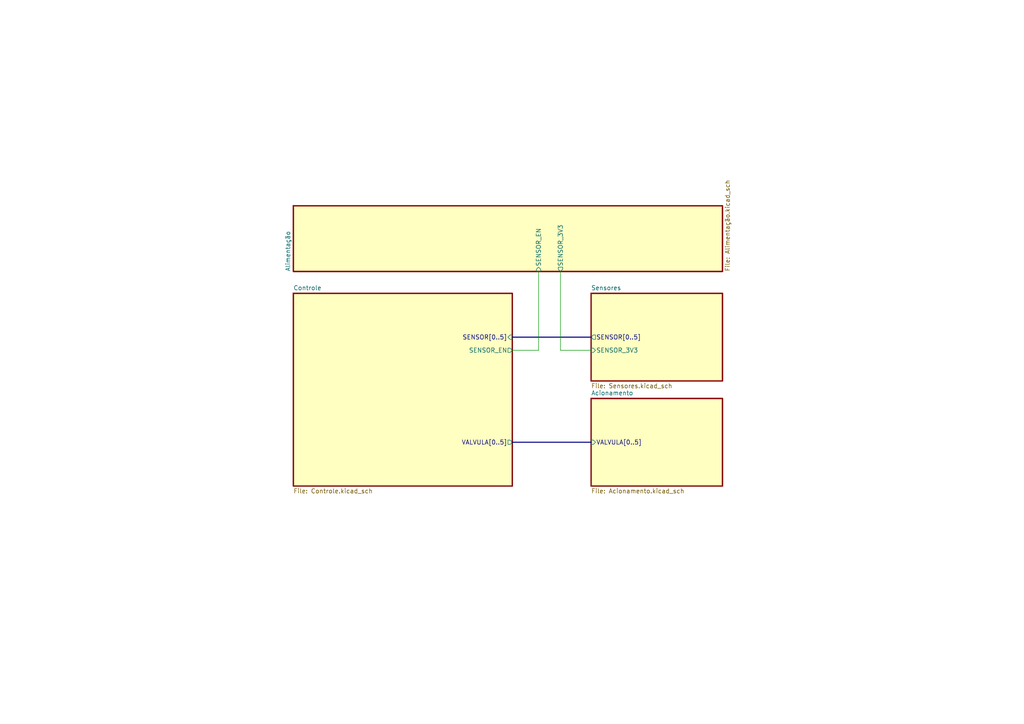
<source format=kicad_sch>
(kicad_sch
	(version 20231120)
	(generator "eeschema")
	(generator_version "8.0")
	(uuid "b321885b-663b-4e5e-9033-7ff03a7cc252")
	(paper "A4")
	(title_block
		(title "Estante Irrigada - Controle")
		(date "2024-06-07")
		(rev "1")
		(company "Gustavo Adolpho Souteras Barbosa")
	)
	(lib_symbols)
	(bus
		(pts
			(xy 148.59 128.27) (xy 171.45 128.27)
		)
		(stroke
			(width 0)
			(type default)
		)
		(uuid "09ae15e1-c2d5-40b7-9bad-bfde5a583a17")
	)
	(bus
		(pts
			(xy 148.59 97.79) (xy 171.45 97.79)
		)
		(stroke
			(width 0)
			(type default)
		)
		(uuid "39f509c9-9e2f-4b43-ad19-def546c289de")
	)
	(wire
		(pts
			(xy 148.59 101.6) (xy 156.21 101.6)
		)
		(stroke
			(width 0)
			(type default)
		)
		(uuid "ac4fe555-2b8e-4a06-8265-a337c25d97b5")
	)
	(wire
		(pts
			(xy 162.56 78.74) (xy 162.56 101.6)
		)
		(stroke
			(width 0)
			(type default)
		)
		(uuid "cfd8cdc1-dfba-4ab7-9ddd-aae8c5efd116")
	)
	(wire
		(pts
			(xy 162.56 101.6) (xy 171.45 101.6)
		)
		(stroke
			(width 0)
			(type default)
		)
		(uuid "ddcb4e0c-a736-4168-b124-330d8bff6311")
	)
	(wire
		(pts
			(xy 156.21 101.6) (xy 156.21 78.74)
		)
		(stroke
			(width 0)
			(type default)
		)
		(uuid "e94e1f69-4811-4e21-8313-0fd40572e6cb")
	)
	(sheet
		(at 171.45 115.57)
		(size 38.1 25.4)
		(fields_autoplaced yes)
		(stroke
			(width 0.41)
			(type solid)
			(color 132 0 0 1)
		)
		(fill
			(color 255 255 194 1.0000)
		)
		(uuid "9652ea1a-03c5-4e20-8f59-e0e099347025")
		(property "Sheetname" "Acionamento"
			(at 171.45 114.7296 0)
			(effects
				(font
					(size 1.27 1.27)
				)
				(justify left bottom)
			)
		)
		(property "Sheetfile" "Acionamento.kicad_sch"
			(at 171.45 141.6834 0)
			(effects
				(font
					(size 1.27 1.27)
				)
				(justify left top)
			)
		)
		(pin "VALVULA[0..5]" input
			(at 171.45 128.27 180)
			(effects
				(font
					(size 1.27 1.27)
				)
				(justify left)
			)
			(uuid "4d41e367-dffe-448d-abae-d8a145a9c169")
		)
		(instances
			(project "EstanteIrrigada"
				(path "/b321885b-663b-4e5e-9033-7ff03a7cc252"
					(page "4")
				)
			)
		)
	)
	(sheet
		(at 85.09 59.69)
		(size 124.46 19.05)
		(fields_autoplaced yes)
		(stroke
			(width 0.41)
			(type solid)
			(color 132 0 0 1)
		)
		(fill
			(color 255 255 194 1.0000)
		)
		(uuid "a39355cf-7d20-4092-a634-3f118f3f23bd")
		(property "Sheetname" "Alimentação"
			(at 84.2496 78.74 90)
			(effects
				(font
					(size 1.27 1.27)
				)
				(justify left bottom)
			)
		)
		(property "Sheetfile" "Alimentação.kicad_sch"
			(at 210.2634 78.74 90)
			(effects
				(font
					(size 1.27 1.27)
				)
				(justify left top)
			)
		)
		(pin "SENSOR_EN" input
			(at 156.21 78.74 270)
			(effects
				(font
					(size 1.27 1.27)
				)
				(justify left)
			)
			(uuid "008a4310-b198-4dfb-a8d2-8d368de28510")
		)
		(pin "SENSOR_3V3" output
			(at 162.56 78.74 270)
			(effects
				(font
					(size 1.27 1.27)
				)
				(justify left)
			)
			(uuid "299fbb96-6047-41fb-97a7-2cc38723cb88")
		)
		(instances
			(project "EstanteIrrigada"
				(path "/b321885b-663b-4e5e-9033-7ff03a7cc252"
					(page "5")
				)
			)
		)
	)
	(sheet
		(at 85.09 85.09)
		(size 63.5 55.88)
		(fields_autoplaced yes)
		(stroke
			(width 0.41)
			(type solid)
			(color 132 0 0 1)
		)
		(fill
			(color 255 255 194 1.0000)
		)
		(uuid "b56a97ba-d97a-4d8a-bfa4-a5d5e3a370fd")
		(property "Sheetname" "Controle"
			(at 85.09 84.2496 0)
			(effects
				(font
					(size 1.27 1.27)
				)
				(justify left bottom)
			)
		)
		(property "Sheetfile" "Controle.kicad_sch"
			(at 85.09 141.6834 0)
			(effects
				(font
					(size 1.27 1.27)
				)
				(justify left top)
			)
		)
		(pin "VALVULA[0..5]" output
			(at 148.59 128.27 0)
			(effects
				(font
					(size 1.27 1.27)
				)
				(justify right)
			)
			(uuid "bc7ed6dc-ce67-42c2-8fcd-f1fc794eaa8e")
		)
		(pin "SENSOR_EN" output
			(at 148.59 101.6 0)
			(effects
				(font
					(size 1.27 1.27)
				)
				(justify right)
			)
			(uuid "fc373cae-55f5-4547-af31-9af789a49c52")
		)
		(pin "SENSOR[0..5]" input
			(at 148.59 97.79 0)
			(effects
				(font
					(size 1.27 1.27)
				)
				(justify right)
			)
			(uuid "52be6982-1529-4a1c-8bdc-6a62c81dbcf0")
		)
		(instances
			(project "EstanteIrrigada"
				(path "/b321885b-663b-4e5e-9033-7ff03a7cc252"
					(page "2")
				)
			)
		)
	)
	(sheet
		(at 171.45 85.09)
		(size 38.1 25.4)
		(fields_autoplaced yes)
		(stroke
			(width 0.41)
			(type solid)
			(color 132 0 0 1)
		)
		(fill
			(color 255 255 194 1.0000)
		)
		(uuid "f4ac297b-97c8-4d80-98b7-4534bc5b7f0d")
		(property "Sheetname" "Sensores"
			(at 171.45 84.2496 0)
			(effects
				(font
					(size 1.27 1.27)
				)
				(justify left bottom)
			)
		)
		(property "Sheetfile" "Sensores.kicad_sch"
			(at 171.45 111.2034 0)
			(effects
				(font
					(size 1.27 1.27)
				)
				(justify left top)
			)
		)
		(pin "SENSOR_3V3" input
			(at 171.45 101.6 180)
			(effects
				(font
					(size 1.27 1.27)
				)
				(justify left)
			)
			(uuid "79e4274b-9b5d-4b8b-b1d5-911e3d5606b1")
		)
		(pin "SENSOR[0..5]" output
			(at 171.45 97.79 180)
			(effects
				(font
					(size 1.27 1.27)
				)
				(justify left)
			)
			(uuid "7bcd90c8-dba4-4266-9229-1e271de3b0e6")
		)
		(instances
			(project "EstanteIrrigada"
				(path "/b321885b-663b-4e5e-9033-7ff03a7cc252"
					(page "3")
				)
			)
		)
	)
	(sheet_instances
		(path "/"
			(page "1")
		)
	)
)

</source>
